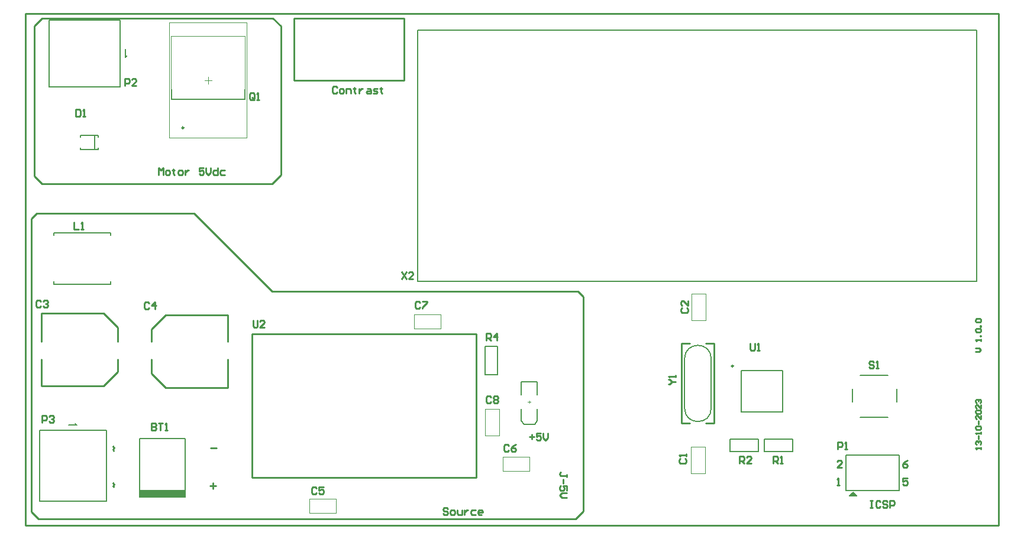
<source format=gto>
G04 Layer_Color=65535*
%FSLAX44Y44*%
%MOMM*%
G71*
G01*
G75*
%ADD27C,0.1000*%
%ADD28C,0.2540*%
%ADD41C,0.2500*%
%ADD42C,0.2032*%
%ADD43C,0.2000*%
%ADD44C,0.1524*%
%ADD45C,0.1778*%
%ADD46R,6.4770X1.0668*%
D27*
X789940Y553720D02*
X828040D01*
Y574040D01*
X789940D02*
X828040D01*
X789940Y553720D02*
Y574040D01*
X1061720Y664870D02*
Y702970D01*
X1041400D02*
X1061720D01*
X1041400Y664870D02*
Y702970D01*
Y664870D02*
X1061720D01*
X939800Y817880D02*
X977900D01*
Y838200D01*
X939800D02*
X977900D01*
X939800Y817880D02*
Y838200D01*
X1066800Y613410D02*
X1104900D01*
Y633730D01*
X1066800D02*
X1104900D01*
X1066800Y613410D02*
Y633730D01*
X1336040Y610260D02*
X1356360D01*
X1336040D02*
Y648360D01*
X1356360D01*
Y610260D02*
Y648360D01*
X1337310Y867410D02*
X1357630D01*
Y829310D02*
Y867410D01*
X1337310Y829310D02*
X1357630D01*
X1337310D02*
Y867410D01*
X1102900Y712750D02*
X1106900D01*
X1104900Y710750D02*
Y714750D01*
X592410Y1146480D02*
X697910D01*
X592410Y1236480D02*
X697910D01*
X592410Y1146480D02*
Y1236480D01*
X697910Y1146480D02*
Y1236480D01*
X589660Y1090980D02*
X700660D01*
X589660Y1255980D02*
X700660D01*
X589660Y1090980D02*
Y1255980D01*
X700660Y1090980D02*
Y1255980D01*
X645160Y1168480D02*
Y1178480D01*
X640160Y1173480D02*
X650160D01*
D28*
X708052Y604520D02*
Y810260D01*
X1028600D01*
X708052Y604520D02*
X1028600D01*
Y810260D01*
X563880Y753110D02*
Y773430D01*
Y753110D02*
X584200Y732790D01*
X673100D01*
Y773430D01*
X563880Y798830D02*
Y816610D01*
X584200Y836930D01*
X673100D01*
Y798830D02*
Y836930D01*
X515620Y798830D02*
Y819150D01*
X495300Y839470D02*
X515620Y819150D01*
X406400Y839470D02*
X495300D01*
X406400Y798830D02*
Y839470D01*
X515620Y755650D02*
Y773430D01*
X495300Y735330D02*
X515620Y755650D01*
X406400Y735330D02*
X495300D01*
X406400D02*
Y773430D01*
X1369441Y681990D02*
Y796290D01*
X1322959Y681990D02*
Y796290D01*
Y681990D02*
X1334579D01*
X1357820D02*
X1369441D01*
X1322959Y796290D02*
X1334579D01*
X1357820D02*
X1369441D01*
X396240Y1250950D02*
X407670Y1262380D01*
X396240Y1036320D02*
Y1250950D01*
Y1036320D02*
X407670Y1024890D01*
X736600D01*
X749300Y1037590D01*
Y1250950D01*
X737870Y1262380D02*
X749300Y1250950D01*
X407670Y1262380D02*
X737870D01*
X392430Y975360D02*
X400050Y982980D01*
X392430Y554990D02*
Y975360D01*
Y554990D02*
X402590Y544830D01*
X1170940D01*
X1182370Y556260D01*
Y863600D01*
X1174750Y871220D02*
X1182370Y863600D01*
X736600Y871220D02*
X1174750D01*
X624840Y982980D02*
X736600Y871220D01*
X400050Y982980D02*
X624840D01*
X383540Y535940D02*
Y1268730D01*
Y1261110D02*
Y1268730D01*
X1776730D01*
Y535940D02*
Y1268730D01*
X383540Y535940D02*
X1776730D01*
X768350Y1173480D02*
Y1262380D01*
X925830D01*
Y1173480D02*
Y1262380D01*
X768350Y1173480D02*
X925830D01*
X709422Y829147D02*
Y820816D01*
X711088Y819150D01*
X714420D01*
X716087Y820816D01*
Y829147D01*
X726083Y819150D02*
X719419D01*
X726083Y825815D01*
Y827481D01*
X724417Y829147D01*
X721085D01*
X719419Y827481D01*
X453390Y970117D02*
Y960120D01*
X460055D01*
X463387D02*
X466719D01*
X465053D01*
Y970117D01*
X463387Y968451D01*
X1158077Y605476D02*
Y608808D01*
Y607142D01*
X1149746D01*
X1148080Y608808D01*
Y610474D01*
X1149746Y612140D01*
X1153078Y602143D02*
Y595479D01*
X1158077Y585482D02*
Y592146D01*
X1153078D01*
X1154744Y588814D01*
Y587148D01*
X1153078Y585482D01*
X1149746D01*
X1148080Y587148D01*
Y590480D01*
X1149746Y592146D01*
X1158077Y582150D02*
X1151412D01*
X1148080Y578817D01*
X1151412Y575485D01*
X1158077D01*
X560892Y854151D02*
X559226Y855817D01*
X555894D01*
X554228Y854151D01*
Y847486D01*
X555894Y845820D01*
X559226D01*
X560892Y847486D01*
X569223Y845820D02*
Y855817D01*
X564225Y850818D01*
X570889D01*
X405952Y856691D02*
X404286Y858357D01*
X400954D01*
X399288Y856691D01*
Y850026D01*
X400954Y848360D01*
X404286D01*
X405952Y850026D01*
X409285Y856691D02*
X410951Y858357D01*
X414283D01*
X415949Y856691D01*
Y855024D01*
X414283Y853358D01*
X412617D01*
X414283D01*
X415949Y851692D01*
Y850026D01*
X414283Y848360D01*
X410951D01*
X409285Y850026D01*
X1043178Y800862D02*
Y810859D01*
X1048176D01*
X1049843Y809193D01*
Y805860D01*
X1048176Y804194D01*
X1043178D01*
X1046510D02*
X1049843Y800862D01*
X1058173D02*
Y810859D01*
X1053175Y805860D01*
X1059839D01*
X1050097Y719531D02*
X1048430Y721197D01*
X1045098D01*
X1043432Y719531D01*
Y712866D01*
X1045098Y711200D01*
X1048430D01*
X1050097Y712866D01*
X1053429Y719531D02*
X1055095Y721197D01*
X1058427D01*
X1060093Y719531D01*
Y717865D01*
X1058427Y716198D01*
X1060093Y714532D01*
Y712866D01*
X1058427Y711200D01*
X1055095D01*
X1053429Y712866D01*
Y714532D01*
X1055095Y716198D01*
X1053429Y717865D01*
Y719531D01*
X1055095Y716198D02*
X1058427D01*
X948496Y854659D02*
X946830Y856325D01*
X943498D01*
X941832Y854659D01*
Y847994D01*
X943498Y846328D01*
X946830D01*
X948496Y847994D01*
X951829Y856325D02*
X958493D01*
Y854659D01*
X951829Y847994D01*
Y846328D01*
X1075497Y650189D02*
X1073830Y651855D01*
X1070498D01*
X1068832Y650189D01*
Y643524D01*
X1070498Y641858D01*
X1073830D01*
X1075497Y643524D01*
X1085493Y651855D02*
X1082161Y650189D01*
X1078829Y646856D01*
Y643524D01*
X1080495Y641858D01*
X1083827D01*
X1085493Y643524D01*
Y645190D01*
X1083827Y646856D01*
X1078829D01*
X800415Y588721D02*
X798748Y590387D01*
X795416D01*
X793750Y588721D01*
Y582056D01*
X795416Y580390D01*
X798748D01*
X800415Y582056D01*
X810411Y590387D02*
X803747D01*
Y585388D01*
X807079Y587054D01*
X808745D01*
X810411Y585388D01*
Y582056D01*
X808745Y580390D01*
X805413D01*
X803747Y582056D01*
X1104900Y662858D02*
X1111564D01*
X1108232Y666191D02*
Y659526D01*
X1121561Y667857D02*
X1114897D01*
Y662858D01*
X1118229Y664525D01*
X1119895D01*
X1121561Y662858D01*
Y659526D01*
X1119895Y657860D01*
X1116563D01*
X1114897Y659526D01*
X1124894Y667857D02*
Y661192D01*
X1128226Y657860D01*
X1131558Y661192D01*
Y667857D01*
X1546098Y644906D02*
Y654903D01*
X1551096D01*
X1552762Y653237D01*
Y649904D01*
X1551096Y648238D01*
X1546098D01*
X1556095Y644906D02*
X1559427D01*
X1557761D01*
Y654903D01*
X1556095Y653237D01*
X711515Y1147206D02*
Y1153871D01*
X709848Y1155537D01*
X706516D01*
X704850Y1153871D01*
Y1147206D01*
X706516Y1145540D01*
X709848D01*
X708182Y1148872D02*
X711515Y1145540D01*
X709848D02*
X711515Y1147206D01*
X714847Y1145540D02*
X718179D01*
X716513D01*
Y1155537D01*
X714847Y1153871D01*
X1321359Y631505D02*
X1319693Y629838D01*
Y626506D01*
X1321359Y624840D01*
X1328024D01*
X1329690Y626506D01*
Y629838D01*
X1328024Y631505D01*
X1329690Y634837D02*
Y638169D01*
Y636503D01*
X1319693D01*
X1321359Y634837D01*
X1323899Y847404D02*
X1322233Y845738D01*
Y842406D01*
X1323899Y840740D01*
X1330564D01*
X1332230Y842406D01*
Y845738D01*
X1330564Y847404D01*
X1332230Y857401D02*
Y850737D01*
X1325565Y857401D01*
X1323899D01*
X1322233Y855735D01*
Y852403D01*
X1323899Y850737D01*
X1454150Y624840D02*
Y634837D01*
X1459148D01*
X1460815Y633171D01*
Y629838D01*
X1459148Y628172D01*
X1454150D01*
X1457482D02*
X1460815Y624840D01*
X1464147D02*
X1467479D01*
X1465813D01*
Y634837D01*
X1464147Y633171D01*
X1405890Y624840D02*
Y634837D01*
X1410888D01*
X1412554Y633171D01*
Y629838D01*
X1410888Y628172D01*
X1405890D01*
X1409222D02*
X1412554Y624840D01*
X1422551D02*
X1415887D01*
X1422551Y631505D01*
Y633171D01*
X1420885Y634837D01*
X1417553D01*
X1415887Y633171D01*
X829624Y1162761D02*
X827958Y1164427D01*
X824626D01*
X822960Y1162761D01*
Y1156096D01*
X824626Y1154430D01*
X827958D01*
X829624Y1156096D01*
X834623Y1154430D02*
X837955D01*
X839621Y1156096D01*
Y1159428D01*
X837955Y1161095D01*
X834623D01*
X832957Y1159428D01*
Y1156096D01*
X834623Y1154430D01*
X842954D02*
Y1161095D01*
X847952D01*
X849618Y1159428D01*
Y1154430D01*
X854616Y1162761D02*
Y1161095D01*
X852950D01*
X856283D01*
X854616D01*
Y1156096D01*
X856283Y1154430D01*
X861281Y1161095D02*
Y1154430D01*
Y1157762D01*
X862947Y1159428D01*
X864613Y1161095D01*
X866279D01*
X872944D02*
X876276D01*
X877942Y1159428D01*
Y1154430D01*
X872944D01*
X871278Y1156096D01*
X872944Y1157762D01*
X877942D01*
X881274Y1154430D02*
X886273D01*
X887939Y1156096D01*
X886273Y1157762D01*
X882941D01*
X881274Y1159428D01*
X882941Y1161095D01*
X887939D01*
X892937Y1162761D02*
Y1161095D01*
X891271D01*
X894604D01*
X892937D01*
Y1156096D01*
X894604Y1154430D01*
X1597975Y769061D02*
X1596308Y770727D01*
X1592976D01*
X1591310Y769061D01*
Y767394D01*
X1592976Y765728D01*
X1596308D01*
X1597975Y764062D01*
Y762396D01*
X1596308Y760730D01*
X1592976D01*
X1591310Y762396D01*
X1601307Y760730D02*
X1604639D01*
X1602973D01*
Y770727D01*
X1601307Y769061D01*
X1421130Y796127D02*
Y787796D01*
X1422796Y786130D01*
X1426128D01*
X1427794Y787796D01*
Y796127D01*
X1431127Y786130D02*
X1434459D01*
X1432793D01*
Y796127D01*
X1431127Y794461D01*
X922020Y898997D02*
X928684Y889000D01*
Y898997D02*
X922020Y889000D01*
X938681D02*
X932017D01*
X938681Y895665D01*
Y897331D01*
X937015Y898997D01*
X933683D01*
X932017Y897331D01*
X1304453Y737870D02*
X1306119D01*
X1309452Y741202D01*
X1306119Y744535D01*
X1304453D01*
X1309452Y741202D02*
X1314450D01*
Y747867D02*
Y751199D01*
Y749533D01*
X1304453D01*
X1306119Y747867D01*
X563880Y681827D02*
Y671830D01*
X568878D01*
X570545Y673496D01*
Y675162D01*
X568878Y676828D01*
X563880D01*
X568878D01*
X570545Y678494D01*
Y680161D01*
X568878Y681827D01*
X563880D01*
X573877D02*
X580541D01*
X577209D01*
Y671830D01*
X583874D02*
X587206D01*
X585540D01*
Y681827D01*
X583874Y680161D01*
X455970Y1131574D02*
Y1121577D01*
X460969D01*
X462635Y1123243D01*
Y1129908D01*
X460969Y1131574D01*
X455970D01*
X465967Y1121577D02*
X469299D01*
X467633D01*
Y1131574D01*
X465967Y1129908D01*
X407670Y683260D02*
Y693257D01*
X412668D01*
X414334Y691591D01*
Y688258D01*
X412668Y686592D01*
X407670D01*
X417667Y691591D02*
X419333Y693257D01*
X422665D01*
X424331Y691591D01*
Y689924D01*
X422665Y688258D01*
X420999D01*
X422665D01*
X424331Y686592D01*
Y684926D01*
X422665Y683260D01*
X419333D01*
X417667Y684926D01*
X525780Y1165860D02*
Y1175857D01*
X530778D01*
X532444Y1174191D01*
Y1170858D01*
X530778Y1169192D01*
X525780D01*
X542441Y1165860D02*
X535777D01*
X542441Y1172524D01*
Y1174191D01*
X540775Y1175857D01*
X537443D01*
X535777Y1174191D01*
X509267Y596900D02*
X510696Y594520D01*
X509267Y592615D01*
X510220Y590711D01*
X509267Y648970D02*
X510696Y646590D01*
X509267Y644685D01*
X510220Y642781D01*
X656270Y592615D02*
X647700D01*
X651985Y596900D02*
Y588330D01*
X648970Y646905D02*
X657540D01*
X1545590Y593090D02*
X1548922D01*
X1547256D01*
Y603087D01*
X1545590Y601421D01*
X1552254Y618490D02*
X1545590D01*
X1552254Y625154D01*
Y626821D01*
X1550588Y628487D01*
X1547256D01*
X1545590Y626821D01*
X1646234Y603087D02*
X1639570D01*
Y598088D01*
X1642902Y599754D01*
X1644568D01*
X1646234Y598088D01*
Y594756D01*
X1644568Y593090D01*
X1641236D01*
X1639570Y594756D01*
X1646234Y628487D02*
X1642902Y626821D01*
X1639570Y623488D01*
Y620156D01*
X1641236Y618490D01*
X1644568D01*
X1646234Y620156D01*
Y621822D01*
X1644568Y623488D01*
X1639570D01*
X1592580Y571337D02*
X1595912D01*
X1594246D01*
Y561340D01*
X1592580D01*
X1595912D01*
X1607575Y569671D02*
X1605909Y571337D01*
X1602577D01*
X1600911Y569671D01*
Y563006D01*
X1602577Y561340D01*
X1605909D01*
X1607575Y563006D01*
X1617572Y569671D02*
X1615906Y571337D01*
X1612574D01*
X1610907Y569671D01*
Y568004D01*
X1612574Y566338D01*
X1615906D01*
X1617572Y564672D01*
Y563006D01*
X1615906Y561340D01*
X1612574D01*
X1610907Y563006D01*
X1620904Y561340D02*
Y571337D01*
X1625903D01*
X1627569Y569671D01*
Y566338D01*
X1625903Y564672D01*
X1620904D01*
X988374Y559511D02*
X986708Y561177D01*
X983376D01*
X981710Y559511D01*
Y557845D01*
X983376Y556178D01*
X986708D01*
X988374Y554512D01*
Y552846D01*
X986708Y551180D01*
X983376D01*
X981710Y552846D01*
X993373Y551180D02*
X996705D01*
X998371Y552846D01*
Y556178D01*
X996705Y557845D01*
X993373D01*
X991707Y556178D01*
Y552846D01*
X993373Y551180D01*
X1001704Y557845D02*
Y552846D01*
X1003370Y551180D01*
X1008368D01*
Y557845D01*
X1011700D02*
Y551180D01*
Y554512D01*
X1013366Y556178D01*
X1015033Y557845D01*
X1016699D01*
X1028362D02*
X1023363D01*
X1021697Y556178D01*
Y552846D01*
X1023363Y551180D01*
X1028362D01*
X1036692D02*
X1033360D01*
X1031694Y552846D01*
Y556178D01*
X1033360Y557845D01*
X1036692D01*
X1038358Y556178D01*
Y554512D01*
X1031694D01*
X574040Y1037590D02*
Y1047587D01*
X577372Y1044255D01*
X580704Y1047587D01*
Y1037590D01*
X585703D02*
X589035D01*
X590701Y1039256D01*
Y1042588D01*
X589035Y1044255D01*
X585703D01*
X584037Y1042588D01*
Y1039256D01*
X585703Y1037590D01*
X595700Y1045921D02*
Y1044255D01*
X594034D01*
X597366D01*
X595700D01*
Y1039256D01*
X597366Y1037590D01*
X604030D02*
X607363D01*
X609029Y1039256D01*
Y1042588D01*
X607363Y1044255D01*
X604030D01*
X602364Y1042588D01*
Y1039256D01*
X604030Y1037590D01*
X612361Y1044255D02*
Y1037590D01*
Y1040922D01*
X614027Y1042588D01*
X615693Y1044255D01*
X617359D01*
X639019Y1047587D02*
X632355D01*
Y1042588D01*
X635687Y1044255D01*
X637353D01*
X639019Y1042588D01*
Y1039256D01*
X637353Y1037590D01*
X634021D01*
X632355Y1039256D01*
X642351Y1047587D02*
Y1040922D01*
X645684Y1037590D01*
X649016Y1040922D01*
Y1047587D01*
X659013D02*
Y1037590D01*
X654014D01*
X652348Y1039256D01*
Y1042588D01*
X654014Y1044255D01*
X659013D01*
X669009D02*
X664011D01*
X662345Y1042588D01*
Y1039256D01*
X664011Y1037590D01*
X669009D01*
X1751330Y645160D02*
Y647699D01*
Y646430D01*
X1743712D01*
X1744982Y645160D01*
Y651508D02*
X1743712Y652777D01*
Y655317D01*
X1744982Y656586D01*
X1746252D01*
X1747521Y655317D01*
Y654047D01*
Y655317D01*
X1748791Y656586D01*
X1750060D01*
X1751330Y655317D01*
Y652777D01*
X1750060Y651508D01*
X1747521Y659126D02*
Y664204D01*
X1751330Y666743D02*
Y669282D01*
Y668013D01*
X1743712D01*
X1744982Y666743D01*
Y673091D02*
X1743712Y674361D01*
Y676900D01*
X1744982Y678169D01*
X1750060D01*
X1751330Y676900D01*
Y674361D01*
X1750060Y673091D01*
X1744982D01*
X1747521Y680708D02*
Y685787D01*
X1751330Y693404D02*
Y688326D01*
X1746252Y693404D01*
X1744982D01*
X1743712Y692135D01*
Y689596D01*
X1744982Y688326D01*
Y695944D02*
X1743712Y697213D01*
Y699752D01*
X1744982Y701022D01*
X1750060D01*
X1751330Y699752D01*
Y697213D01*
X1750060Y695944D01*
X1744982D01*
X1751330Y708640D02*
Y703561D01*
X1746252Y708640D01*
X1744982D01*
X1743712Y707370D01*
Y704831D01*
X1744982Y703561D01*
Y711179D02*
X1743712Y712448D01*
Y714987D01*
X1744982Y716257D01*
X1746252D01*
X1747521Y714987D01*
Y713718D01*
Y714987D01*
X1748791Y716257D01*
X1750060D01*
X1751330Y714987D01*
Y712448D01*
X1750060Y711179D01*
X1743712Y784860D02*
X1748791D01*
X1751330Y787399D01*
X1748791Y789938D01*
X1743712D01*
X1751330Y800095D02*
Y802634D01*
Y801365D01*
X1743712D01*
X1744982Y800095D01*
X1751330Y806443D02*
X1750060D01*
Y807713D01*
X1751330D01*
Y806443D01*
X1744982Y812791D02*
X1743712Y814061D01*
Y816600D01*
X1744982Y817869D01*
X1750060D01*
X1751330Y816600D01*
Y814061D01*
X1750060Y812791D01*
X1744982D01*
X1751330Y820408D02*
X1750060D01*
Y821678D01*
X1751330D01*
Y820408D01*
X1744982Y826756D02*
X1743712Y828026D01*
Y830565D01*
X1744982Y831835D01*
X1750060D01*
X1751330Y830565D01*
Y828026D01*
X1750060Y826756D01*
X1744982D01*
X383540Y1268730D02*
X1776730D01*
Y535940D02*
Y1268730D01*
X383540Y535940D02*
X1776730D01*
X383540D02*
Y1268730D01*
D41*
X610260Y1105480D02*
G03*
X610260Y1105480I-1250J0D01*
G01*
X1396890Y763960D02*
G03*
X1396890Y763960I-1250J0D01*
G01*
D42*
X1327150Y703580D02*
G03*
X1365250Y703580I19050J0D01*
G01*
Y774700D02*
G03*
X1327150Y774700I-19050J0D01*
G01*
X424180Y881210D02*
X505460D01*
X424180D02*
Y885190D01*
X505460Y881210D02*
Y885190D01*
X424180Y951230D02*
Y955210D01*
X505460Y951230D02*
Y955210D01*
X424180D02*
X505460D01*
X547370Y576072D02*
Y659892D01*
X612140D01*
Y576072D02*
Y659892D01*
X547370Y576072D02*
X612140D01*
X1563370Y577850D02*
X1568450Y582930D01*
X1563370Y577850D02*
X1570990D01*
X1568450Y582930D02*
X1573530Y577850D01*
X1568450Y579120D02*
Y582930D01*
X1567180Y577850D02*
X1568450Y579120D01*
X1565656Y579374D02*
X1569466D01*
X1570990Y577850D01*
X1573530D01*
X1365250Y703580D02*
Y774700D01*
X1327150Y703580D02*
Y774700D01*
X417830Y1164082D02*
X519430D01*
Y1164336D02*
Y1259332D01*
X417830Y1164336D02*
Y1259332D01*
X519430D01*
X499618Y570230D02*
Y671830D01*
X404368D02*
X499364D01*
X404368Y570230D02*
X499364D01*
X404368D02*
Y671830D01*
X482600Y1074420D02*
Y1094740D01*
X462280D02*
X487680D01*
X462280Y1074420D02*
X487680D01*
Y1092200D02*
Y1094740D01*
Y1074420D02*
Y1076960D01*
X462280Y1092200D02*
Y1094740D01*
Y1074420D02*
Y1076960D01*
X529590Y1208679D02*
X528502Y1208135D01*
X526869Y1206502D01*
Y1217930D01*
X455021Y681990D02*
X455565Y680902D01*
X457198Y679269D01*
X445770D01*
D43*
X1116400Y685750D02*
Y702750D01*
X1093400Y685750D02*
X1097400Y680750D01*
X1112400D02*
X1116400Y685750D01*
X1093400D02*
Y702750D01*
X1097400Y680750D02*
X1112400D01*
X1093400Y741750D02*
X1116400D01*
Y722750D02*
Y741750D01*
X1093400Y722750D02*
Y741750D01*
X1585807Y585470D02*
X1634490D01*
X1558290D02*
X1634490D01*
X1558290Y636270D02*
X1634490D01*
X1558290Y585470D02*
Y636270D01*
X1634490Y585470D02*
Y636270D01*
X592660Y1146480D02*
Y1160480D01*
Y1146480D02*
X697660D01*
Y1160480D01*
X1408140Y698210D02*
Y757210D01*
X1467140Y698210D02*
Y757210D01*
X1408140D02*
X1467140D01*
X1408140Y698210D02*
X1467140D01*
D44*
X1059180Y751840D02*
Y792480D01*
X1041400Y751840D02*
Y792480D01*
X1059180D01*
X1041400Y751840D02*
X1059180D01*
X1441450Y659130D02*
X1482090D01*
X1441450Y641350D02*
X1482090D01*
X1441450D02*
Y659130D01*
X1482090Y641350D02*
Y659130D01*
X1391920Y641350D02*
X1432560D01*
X1391920Y659130D02*
X1432560D01*
Y641350D02*
Y659130D01*
X1391920Y641350D02*
Y659130D01*
X1630680Y712470D02*
Y731520D01*
X1567180Y712470D02*
Y731520D01*
X1578610Y690880D02*
X1617980D01*
X1578610Y750570D02*
X1617980D01*
D45*
X944810Y1245550D02*
X1744810D01*
X944810Y885550D02*
Y1245550D01*
X1744810Y885550D02*
Y1245550D01*
X944810Y885550D02*
X1744810D01*
D46*
X579755Y581406D02*
D03*
M02*

</source>
